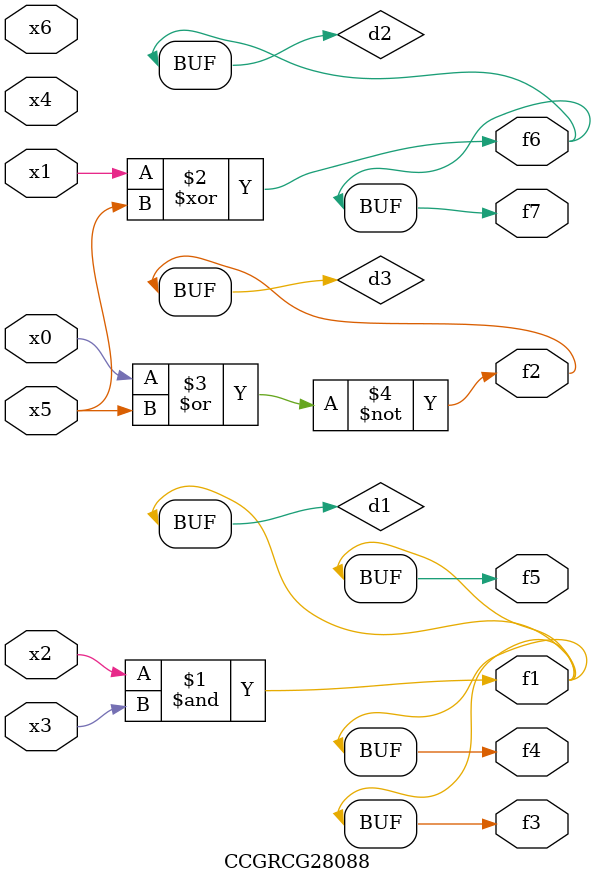
<source format=v>
module CCGRCG28088(
	input x0, x1, x2, x3, x4, x5, x6,
	output f1, f2, f3, f4, f5, f6, f7
);

	wire d1, d2, d3;

	and (d1, x2, x3);
	xor (d2, x1, x5);
	nor (d3, x0, x5);
	assign f1 = d1;
	assign f2 = d3;
	assign f3 = d1;
	assign f4 = d1;
	assign f5 = d1;
	assign f6 = d2;
	assign f7 = d2;
endmodule

</source>
